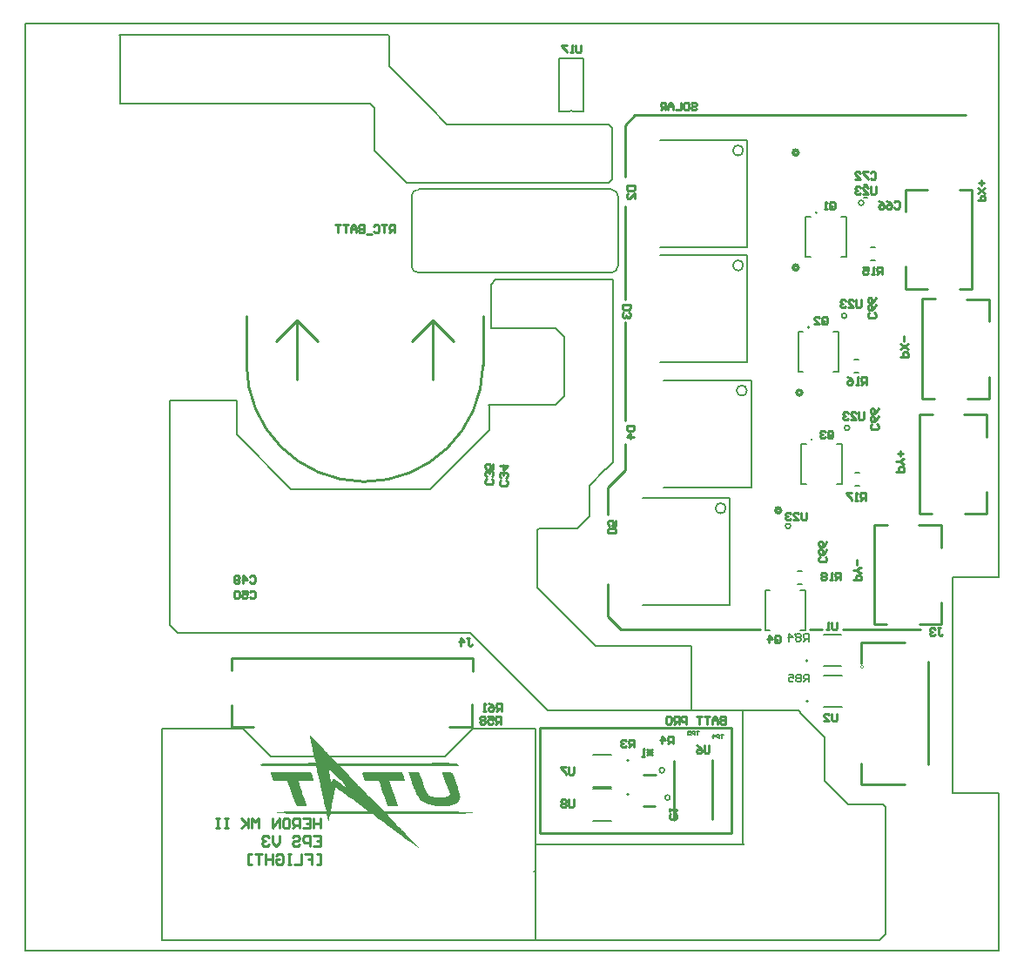
<source format=gbo>
G04*
G04 #@! TF.GenerationSoftware,Altium Limited,Altium Designer,18.1.9 (240)*
G04*
G04 Layer_Color=32896*
%FSLAX44Y44*%
%MOMM*%
G71*
G01*
G75*
%ADD10C,0.2540*%
%ADD11C,0.2000*%
%ADD12C,0.0000*%
%ADD14C,0.1524*%
%ADD16C,0.1520*%
%ADD17C,0.1270*%
%ADD18C,0.1500*%
%ADD142C,0.3000*%
G36*
X358312Y173924D02*
X361827D01*
X363057Y173748D01*
X364991Y173748D01*
X365694Y173572D01*
X366573D01*
X366924Y173397D01*
X367627Y171112D01*
X368155Y169354D01*
X368682Y168123D01*
X368858Y167069D01*
X369034Y166542D01*
X369209Y166190D01*
Y166014D01*
X369034D01*
X368858Y165839D01*
X367979Y165663D01*
X366749D01*
X365342Y165487D01*
X354093Y165487D01*
X358136Y153710D01*
X362179Y141407D01*
X362003Y141231D01*
X361475Y141055D01*
X360597D01*
X359718Y140879D01*
X352511D01*
X349523Y149668D01*
X348469Y152832D01*
X347590Y155468D01*
X346711Y157577D01*
X346184Y159159D01*
X345832Y160390D01*
X345481Y161269D01*
X345305Y161620D01*
Y161796D01*
X343899Y165311D01*
X342844D01*
X341790Y165487D01*
X333880D01*
X332650Y165663D01*
X330892D01*
X330365Y165839D01*
X330013D01*
X328958Y169354D01*
X328607Y170408D01*
X328255Y171287D01*
X328080Y171990D01*
X327904Y172518D01*
X327728Y173045D01*
Y173221D01*
X327904Y173396D01*
X328607Y173572D01*
X329486D01*
X330716Y173748D01*
X332122D01*
X333880Y173924D01*
X337395D01*
X340911Y174100D01*
X356027D01*
X358312Y173924D01*
D02*
G37*
G36*
X279216Y170408D02*
X279743Y169178D01*
X280095Y168299D01*
X280271Y167420D01*
X280446Y166893D01*
X280622Y166014D01*
Y165839D01*
X280446D01*
X280271Y165663D01*
X278162D01*
X276755Y165487D01*
X267791D01*
X266912Y165311D01*
X265682D01*
Y165135D01*
X265858Y164784D01*
X266033Y164081D01*
X266385Y163378D01*
X266912Y161444D01*
X267615Y159159D01*
X268494Y157050D01*
X269021Y155117D01*
X269373Y154414D01*
X269549Y153886D01*
X269725Y153535D01*
Y153359D01*
X270428Y151426D01*
X271131Y149492D01*
X271658Y148086D01*
X272010Y146680D01*
X272361Y145449D01*
X272713Y144571D01*
X273240Y143164D01*
X273591Y142110D01*
X273767Y141758D01*
Y141407D01*
X273591Y141231D01*
X272888Y141055D01*
X272185D01*
X271131Y140879D01*
X263924D01*
X263221Y142637D01*
X262518Y144571D01*
X261639Y146504D01*
X260936Y148613D01*
X260409Y150371D01*
X259882Y151777D01*
X259530Y152832D01*
X259354Y153007D01*
Y153183D01*
X258300Y156171D01*
X257421Y158632D01*
X256718Y160741D01*
X256190Y162499D01*
X255663Y163729D01*
X255312Y164784D01*
X255136Y165311D01*
Y165487D01*
X241426D01*
X240020Y169881D01*
X238438Y174100D01*
X277634D01*
X279216Y170408D01*
D02*
G37*
G36*
X373252Y174275D02*
X373955D01*
X375713Y174100D01*
X381513D01*
X382392Y173924D01*
X382743D01*
X386610Y163905D01*
X387313Y162147D01*
X387841Y160565D01*
X388895Y158105D01*
X389774Y155996D01*
X390477Y154414D01*
X391004Y153359D01*
X391356Y152832D01*
X391708Y152480D01*
Y152304D01*
X392938Y151250D01*
X394520Y150547D01*
X396278Y150019D01*
X398035Y149668D01*
X399617Y149492D01*
X401023Y149316D01*
X405242D01*
X405945Y149492D01*
X406648D01*
X407527Y149668D01*
X408054D01*
X408933Y149844D01*
X409284D01*
X409987Y150195D01*
X410339D01*
X410866Y150371D01*
X411042Y150547D01*
X411394Y150898D01*
X411569Y151074D01*
X411921Y151426D01*
X412097Y151777D01*
X412272D01*
X412976Y152304D01*
X413151Y152480D01*
X411394Y157050D01*
X409987Y161093D01*
X408581Y164784D01*
X407351Y167948D01*
X406472Y170584D01*
X406121Y171639D01*
X405769Y172518D01*
X405593Y173221D01*
X405418Y173748D01*
X405242Y173924D01*
Y174100D01*
X412097D01*
X413327Y173924D01*
X414382Y173572D01*
X415085Y173397D01*
X415436Y173045D01*
X415788Y172694D01*
X415964Y172518D01*
X417194Y169178D01*
X418249Y166366D01*
X419303Y163729D01*
X420006Y161269D01*
X420709Y159159D01*
X421237Y157402D01*
X421764Y155820D01*
X422116Y154589D01*
X422467Y153359D01*
X422643Y152480D01*
X422818Y151777D01*
Y151074D01*
X422994Y150371D01*
Y150195D01*
X422818Y149141D01*
X422643Y148086D01*
X421764Y146328D01*
X421412Y145625D01*
X421061Y145098D01*
X420885Y144922D01*
X420709Y144746D01*
X419831Y144043D01*
X418776Y143340D01*
X416491Y142461D01*
X413854Y141758D01*
X411218Y141231D01*
X408757Y140879D01*
X406824Y140704D01*
X404890D01*
X400320Y140879D01*
X396453Y141582D01*
X393114Y142461D01*
X390477Y143516D01*
X388368Y144395D01*
X386962Y145274D01*
X386083Y145977D01*
X385732Y146152D01*
X384853Y146856D01*
X383974Y147910D01*
X382392Y150371D01*
X380634Y153183D01*
X379228Y156171D01*
X377998Y158984D01*
X377470Y160214D01*
X377119Y161269D01*
X376767Y162323D01*
X376416Y163026D01*
X376240Y163378D01*
Y163554D01*
X372549Y174451D01*
X373252Y174275D01*
D02*
G37*
G36*
X276931Y209956D02*
X277458Y209605D01*
X278689Y208550D01*
X279743Y207320D01*
X280095Y206968D01*
X280271Y206792D01*
X282731Y204332D01*
X285192Y201695D01*
X286247Y200641D01*
X287126Y199762D01*
X287653Y199234D01*
X287829Y199059D01*
X289411Y197477D01*
X290641Y196246D01*
X291696Y195192D01*
X292399Y194313D01*
X293102Y193610D01*
X293453Y193258D01*
X293805Y192907D01*
X304175Y182537D01*
X375537Y182537D01*
X379404Y182712D01*
X394520D01*
X396278Y182888D01*
X411394D01*
X413854Y182712D01*
X415612D01*
X417018Y182537D01*
X417897D01*
X418424Y182361D01*
X418600D01*
X419655Y182185D01*
X420358Y181833D01*
X421061Y181482D01*
X421412Y180955D01*
X421764Y180427D01*
Y180076D01*
X414733D01*
X412800Y179900D01*
X306284Y179900D01*
X315249Y170584D01*
X316303Y169530D01*
X317709Y168123D01*
X319291Y166366D01*
X320873Y164784D01*
X322455Y163026D01*
X323861Y161620D01*
X324740Y160741D01*
X324916Y160565D01*
X325092Y160390D01*
X327728Y157577D01*
X330189Y155117D01*
X332122Y153007D01*
X333704Y151426D01*
X334935Y150019D01*
X335813Y149141D01*
X336341Y148613D01*
X336516Y148438D01*
X349523Y135606D01*
X410339Y135606D01*
X413151Y135431D01*
X420534D01*
X422467Y135255D01*
X426158D01*
X428970Y135079D01*
X431431D01*
X433189Y134903D01*
X434595Y134728D01*
X435474D01*
X436177Y134552D01*
X436529D01*
X436704Y134376D01*
X436880D01*
X436704Y134200D01*
X436353D01*
X435825Y134024D01*
X434068D01*
X433013Y133849D01*
X430201D01*
X427037Y133673D01*
X423522Y133497D01*
X411921D01*
X408054Y133322D01*
X351984Y133321D01*
X353039Y132091D01*
X353390Y131564D01*
X353918Y130861D01*
X354796Y129982D01*
X355851Y128927D01*
X358136Y126291D01*
X360948Y123478D01*
X363585Y120666D01*
X364639Y119436D01*
X365870Y118381D01*
X366749Y117502D01*
X367452Y116799D01*
X367803Y116272D01*
X367979Y116096D01*
X370440Y113635D01*
X372549Y111526D01*
X374307Y109593D01*
X375888Y107835D01*
X377295Y106605D01*
X378525Y105374D01*
X379404Y104320D01*
X380107Y103617D01*
X381161Y102562D01*
X381689Y102035D01*
X382040Y101683D01*
X382743Y100804D01*
X383271Y100277D01*
X383974Y99398D01*
X384062Y99310D01*
X384501Y99047D01*
X384325D01*
X384062Y99310D01*
X382743Y100101D01*
X374307Y106077D01*
X370264Y109066D01*
X366397Y111878D01*
X362706Y114514D01*
X359190Y116975D01*
X356027Y119436D01*
X352863Y121721D01*
X350226Y123830D01*
X347766Y125588D01*
X345656Y127345D01*
X343899Y128576D01*
X342493Y129806D01*
X341438Y130509D01*
X340735Y131036D01*
X340559Y131212D01*
X337571Y133321D01*
X297144D01*
X296266Y131564D01*
X295914Y129806D01*
X295738Y129103D01*
Y128400D01*
Y128048D01*
Y127873D01*
Y127345D01*
X295562Y126818D01*
X295387Y126467D01*
X295211Y126291D01*
X295035Y126467D01*
X294684Y126994D01*
X294332Y128224D01*
X293981Y129279D01*
X293805Y129630D01*
Y129806D01*
X293277Y133146D01*
X269197Y133321D01*
X264803D01*
X261112Y133497D01*
X257772Y133673D01*
X254960D01*
X252499Y133849D01*
X250566D01*
X248984Y134024D01*
X247578Y134200D01*
X246699D01*
X245820Y134376D01*
X245293Y134552D01*
X244941D01*
X244590Y134728D01*
X244941Y134903D01*
X245644Y135079D01*
X246875D01*
X248281Y135255D01*
X250214D01*
X252148Y135431D01*
X256542D01*
X261112Y135606D01*
X292750D01*
X290817Y144395D01*
X290289Y147031D01*
X289762Y149492D01*
X288708Y153886D01*
X288004Y157577D01*
X287301Y160741D01*
X286774Y163026D01*
X286423Y164608D01*
X286071Y165663D01*
Y166014D01*
X285544Y168123D01*
X285192Y169881D01*
X284841Y171463D01*
X284489Y172869D01*
X284138Y174100D01*
X283962Y175330D01*
X283610Y176912D01*
X283435Y178142D01*
X283259Y178845D01*
Y179197D01*
Y179373D01*
X282907Y179548D01*
X280798D01*
X279040Y179724D01*
X274646D01*
X269549Y179900D01*
X232462D01*
X231231Y180076D01*
X230353Y180252D01*
X229825Y180427D01*
X229298Y180603D01*
X228946Y180955D01*
Y181130D01*
X229122Y181482D01*
X229474Y181833D01*
X230704Y182185D01*
X231935Y182361D01*
X235801D01*
X237559Y182537D01*
X268143D01*
X271131Y182712D01*
X273767D01*
X276052Y182888D01*
X277810D01*
X279216Y183064D01*
X281150D01*
X281677Y183239D01*
X282204D01*
X282556Y183415D01*
X280622Y190973D01*
X280446Y191852D01*
X280271Y192731D01*
X279743Y195016D01*
X279568Y195895D01*
X279392Y196774D01*
X279216Y197301D01*
Y197477D01*
X278864Y199059D01*
X278513Y200289D01*
X278337Y201519D01*
X278162Y202222D01*
Y202926D01*
X277986Y203277D01*
Y203629D01*
X277634Y204683D01*
X277458Y205738D01*
X277283Y206441D01*
Y206617D01*
X276931Y207671D01*
X276755Y208550D01*
Y209077D01*
Y209253D01*
Y210132D01*
X276931Y209956D01*
D02*
G37*
%LPC*%
G36*
X295211Y176912D02*
Y176385D01*
X295387Y175506D01*
X295562Y174275D01*
X295914Y173045D01*
X296090Y171815D01*
X296441Y170936D01*
X296617Y170233D01*
Y169881D01*
X296793Y169354D01*
Y168651D01*
Y168123D01*
Y167948D01*
X297144Y166717D01*
X297496Y165839D01*
X297672Y165487D01*
Y165311D01*
Y164784D01*
X297847Y164608D01*
X298023D01*
X298199Y165135D01*
X298375Y165311D01*
X298726Y166190D01*
X299078Y166893D01*
X299429Y167245D01*
X299605Y167596D01*
X299957Y167948D01*
X300133Y167772D01*
X300660Y167596D01*
X301890Y166717D01*
X303120Y165839D01*
X303472Y165663D01*
X303648Y165487D01*
X304702Y164784D01*
X305757Y164081D01*
X306460Y163554D01*
X306636Y163378D01*
X307515Y162675D01*
X308218Y161972D01*
X308745Y161620D01*
X308921Y161444D01*
X309975Y160565D01*
X310327Y160214D01*
X310503Y160038D01*
X310854Y159687D01*
X311206Y159511D01*
X311382D01*
X311733Y159335D01*
X311557Y160214D01*
X311030Y161269D01*
X310151Y162499D01*
X309097Y163729D01*
X307866Y165135D01*
X306460Y166717D01*
X303472Y169705D01*
X300484Y172342D01*
X299078Y173572D01*
X297847Y174803D01*
X296793Y175681D01*
X295914Y176385D01*
X295387Y176736D01*
X295211Y176912D01*
D02*
G37*
G36*
X301714Y158984D02*
X301539Y158808D01*
Y158456D01*
X301363Y157929D01*
X301187Y157226D01*
X300835Y155292D01*
X300308Y153183D01*
X299957Y150898D01*
X299605Y149141D01*
X299429Y148262D01*
X299254Y147734D01*
Y147383D01*
Y147207D01*
X297144Y135782D01*
X306284Y135606D01*
X324740D01*
X334056Y135782D01*
X318237Y147383D01*
X315424Y149492D01*
X312964Y151250D01*
X310854Y152832D01*
X309097Y154062D01*
X307515Y155292D01*
X306109Y156171D01*
X305054Y156874D01*
X304175Y157577D01*
X303296Y158105D01*
X302769Y158456D01*
X302066Y158808D01*
X301714Y158984D01*
D02*
G37*
%LPD*%
D10*
X215186Y571500D02*
G03*
X445199Y569659I115014J0D01*
G01*
X592973Y812873D02*
X914400D01*
X215201Y569659D02*
Y617220D01*
X445201Y569659D02*
Y617220D01*
X396242Y555672D02*
Y612951D01*
X416562Y592632D01*
X375922Y592632D02*
X396242Y612951D01*
X264158D02*
X284478Y592632D01*
X243838Y592632D02*
X264158Y612951D01*
Y555672D02*
Y612951D01*
X877832Y181680D02*
Y281310D01*
X813062Y161930D02*
Y182250D01*
Y161930D02*
X854972D01*
X813062Y280040D02*
Y300360D01*
X854972D01*
X500700Y114300D02*
Y115100D01*
Y114300D02*
X687100D01*
X500700Y217000D02*
X504100D01*
X500700Y115100D02*
Y217000D01*
X504100D02*
X687100D01*
Y114300D02*
Y217000D01*
X763100Y313000D02*
X774600D01*
X794700D02*
X870300D01*
X663100D02*
X714300D01*
X566700Y424180D02*
Y450900D01*
Y325900D02*
Y356400D01*
X583100Y467300D02*
Y492700D01*
Y516100D02*
Y611500D01*
X579600Y313000D02*
X663100D01*
X566700Y325900D02*
X579600Y313000D01*
X566700Y450900D02*
X583100Y467300D01*
Y516100D02*
X583200Y516200D01*
Y633900D02*
X583300Y634000D01*
Y723900D01*
Y752700D02*
Y803200D01*
X592973Y812873D01*
X825778Y317818D02*
Y414528D01*
X838010D01*
X825778Y317818D02*
X837628D01*
X890778D02*
Y339090D01*
X869506Y317818D02*
X890778D01*
X868870Y414274D02*
X890778D01*
Y392494D02*
Y414274D01*
X869720Y425468D02*
Y522178D01*
X881952D01*
X869720Y425468D02*
X881570D01*
X934720D02*
Y446740D01*
X913448Y425468D02*
X934720D01*
X912812Y521924D02*
X934720D01*
Y500144D02*
Y521924D01*
X872260Y537428D02*
Y634138D01*
X884492D01*
X872260Y537428D02*
X884110D01*
X937260D02*
Y558700D01*
X915988Y537428D02*
X937260D01*
X915352Y633884D02*
X937260D01*
Y612104D02*
Y633884D01*
X920726Y643482D02*
Y740192D01*
X908494Y643482D02*
X920726D01*
X908876Y740192D02*
X920726D01*
X855726Y718920D02*
Y740192D01*
X876998D01*
X855726Y643736D02*
X877634D01*
X855726D02*
Y665516D01*
X631205Y127674D02*
Y185078D01*
X668049Y128182D02*
Y185586D01*
X601131Y140970D02*
X612431D01*
X601385Y171450D02*
X612735D01*
X412368Y218158D02*
X434148D01*
Y240066D01*
X200596Y217650D02*
Y238922D01*
Y217650D02*
X221868D01*
X200850Y272578D02*
Y284428D01*
X435482Y272196D02*
Y284428D01*
X200850D02*
X435482D01*
X280355Y112221D02*
X287020D01*
Y102224D01*
X280355D01*
X287020Y107223D02*
X283688D01*
X277023Y102224D02*
Y112221D01*
X272025D01*
X270359Y110555D01*
Y107223D01*
X272025Y105556D01*
X277023D01*
X260362Y110555D02*
X262028Y112221D01*
X265360D01*
X267026Y110555D01*
Y108889D01*
X265360Y107223D01*
X262028D01*
X260362Y105556D01*
Y103890D01*
X262028Y102224D01*
X265360D01*
X267026Y103890D01*
X247033Y112221D02*
Y105556D01*
X243701Y102224D01*
X240368Y105556D01*
Y112221D01*
X237036Y110555D02*
X235370Y112221D01*
X232038D01*
X230372Y110555D01*
Y108889D01*
X232038Y107223D01*
X233704D01*
X232038D01*
X230372Y105556D01*
Y103890D01*
X232038Y102224D01*
X235370D01*
X237036Y103890D01*
X283688Y84132D02*
X287020D01*
Y94129D01*
X283688D01*
X272025D02*
X278689D01*
Y89130D01*
X275357D01*
X278689D01*
Y84132D01*
X268693Y94129D02*
Y84132D01*
X262028D01*
X258696Y94129D02*
X255364D01*
X257030D01*
Y84132D01*
X258696D01*
X255364D01*
X243701Y92463D02*
X245367Y94129D01*
X248699D01*
X250365Y92463D01*
Y85798D01*
X248699Y84132D01*
X245367D01*
X243701Y85798D01*
Y89130D01*
X247033D01*
X240368Y94129D02*
Y84132D01*
Y89130D01*
X233704D01*
Y94129D01*
Y84132D01*
X230372Y94129D02*
X223707D01*
X227039D01*
Y84132D01*
X220375D02*
X217043D01*
Y94129D01*
X220375D01*
X287020Y129337D02*
Y119340D01*
Y124338D01*
X280355D01*
Y129337D01*
Y119340D01*
X270359Y129337D02*
X277023D01*
Y119340D01*
X270359D01*
X277023Y124338D02*
X273691D01*
X267026Y119340D02*
Y129337D01*
X262028D01*
X260362Y127671D01*
Y124338D01*
X262028Y122672D01*
X267026D01*
X263694D02*
X260362Y119340D01*
X252031Y129337D02*
X255364D01*
X257030Y127671D01*
Y121006D01*
X255364Y119340D01*
X252031D01*
X250365Y121006D01*
Y127671D01*
X252031Y129337D01*
X247033Y119340D02*
Y129337D01*
X240368Y119340D01*
Y129337D01*
X227039Y119340D02*
Y129337D01*
X223707Y126004D01*
X220375Y129337D01*
Y119340D01*
X217043Y129337D02*
Y119340D01*
Y122672D01*
X210378Y129337D01*
X215376Y124338D01*
X210378Y119340D01*
X197049Y129337D02*
X193717D01*
X195383D01*
Y119340D01*
X197049D01*
X193717D01*
X188718Y129337D02*
X185386D01*
X187052D01*
Y119340D01*
X188718D01*
X185386D01*
X680500Y228398D02*
Y220900D01*
X676751D01*
X675502Y222150D01*
Y223399D01*
X676751Y224649D01*
X680500D01*
X676751D01*
X675502Y225898D01*
Y227148D01*
X676751Y228398D01*
X680500D01*
X673002Y220900D02*
Y225898D01*
X670503Y228398D01*
X668004Y225898D01*
Y220900D01*
Y224649D01*
X673002D01*
X665505Y228398D02*
X660506D01*
X663006D01*
Y220900D01*
X658007Y228398D02*
X653009D01*
X655508D01*
Y220900D01*
X643012D02*
Y228398D01*
X639263D01*
X638014Y227148D01*
Y224649D01*
X639263Y223399D01*
X643012D01*
X635514Y220900D02*
Y228398D01*
X631766D01*
X630516Y227148D01*
Y224649D01*
X631766Y223399D01*
X635514D01*
X633015D02*
X630516Y220900D01*
X624268Y228398D02*
X626767D01*
X628017Y227148D01*
Y222150D01*
X626767Y220900D01*
X624268D01*
X623018Y222150D01*
Y227148D01*
X624268Y228398D01*
X647782Y824128D02*
X649031Y825378D01*
X651530D01*
X652780Y824128D01*
Y822878D01*
X651530Y821629D01*
X649031D01*
X647782Y820379D01*
Y819130D01*
X649031Y817880D01*
X651530D01*
X652780Y819130D01*
X641534Y825378D02*
X644033D01*
X645282Y824128D01*
Y819130D01*
X644033Y817880D01*
X641534D01*
X640284Y819130D01*
Y824128D01*
X641534Y825378D01*
X637785D02*
Y817880D01*
X632786D01*
X630287D02*
Y822878D01*
X627788Y825378D01*
X625289Y822878D01*
Y817880D01*
Y821629D01*
X630287D01*
X622790Y817880D02*
Y825378D01*
X619041D01*
X617791Y824128D01*
Y821629D01*
X619041Y820379D01*
X622790D01*
X620290D02*
X617791Y817880D01*
X821820Y756454D02*
X823069Y757704D01*
X825568D01*
X826818Y756454D01*
Y751456D01*
X825568Y750206D01*
X823069D01*
X821820Y751456D01*
X819320Y757704D02*
X814322D01*
Y756454D01*
X819320Y751456D01*
Y750206D01*
X806824D02*
X811823D01*
X806824Y755204D01*
Y756454D01*
X808074Y757704D01*
X810573D01*
X811823Y756454D01*
X827034Y743396D02*
Y737148D01*
X825785Y735898D01*
X823285D01*
X822036Y737148D01*
Y743396D01*
X814538Y735898D02*
X819537D01*
X814538Y740897D01*
Y742146D01*
X815788Y743396D01*
X818287D01*
X819537Y742146D01*
X812039D02*
X810789Y743396D01*
X808290D01*
X807040Y742146D01*
Y740897D01*
X808290Y739647D01*
X809540D01*
X808290D01*
X807040Y738397D01*
Y737148D01*
X808290Y735898D01*
X810789D01*
X812039Y737148D01*
X574198Y406400D02*
X566700D01*
Y410149D01*
X567950Y411398D01*
X572948D01*
X574198Y410149D01*
Y406400D01*
Y418896D02*
Y413898D01*
X570449D01*
X571698Y416397D01*
Y417646D01*
X570449Y418896D01*
X567950D01*
X566700Y417646D01*
Y415147D01*
X567950Y413898D01*
X780362Y499964D02*
Y504962D01*
X781611Y506212D01*
X784110D01*
X785360Y504962D01*
Y499964D01*
X784110Y498714D01*
X781611D01*
X782861Y501213D02*
X780362Y498714D01*
X781611D02*
X780362Y499964D01*
X777862Y504962D02*
X776613Y506212D01*
X774114D01*
X772864Y504962D01*
Y503712D01*
X774114Y502463D01*
X775363D01*
X774114D01*
X772864Y501213D01*
Y499964D01*
X774114Y498714D01*
X776613D01*
X777862Y499964D01*
X462849Y233460D02*
Y240958D01*
X459100D01*
X457851Y239708D01*
Y237209D01*
X459100Y235959D01*
X462849D01*
X460350D02*
X457851Y233460D01*
X450353Y240958D02*
X452852Y239708D01*
X455351Y237209D01*
Y234710D01*
X454102Y233460D01*
X451603D01*
X450353Y234710D01*
Y235959D01*
X451603Y237209D01*
X455351D01*
X447854Y233460D02*
X445355D01*
X446604D01*
Y240958D01*
X447854Y239708D01*
X462280Y220873D02*
Y228371D01*
X458531D01*
X457282Y227121D01*
Y224622D01*
X458531Y223372D01*
X462280D01*
X459781D02*
X457282Y220873D01*
X449784Y228371D02*
X454782D01*
Y224622D01*
X452283Y225872D01*
X451034D01*
X449784Y224622D01*
Y222123D01*
X451034Y220873D01*
X453533D01*
X454782Y222123D01*
X447285Y227121D02*
X446035Y228371D01*
X443536D01*
X442286Y227121D01*
Y225872D01*
X443536Y224622D01*
X442286Y223372D01*
Y222123D01*
X443536Y220873D01*
X446035D01*
X447285Y222123D01*
Y223372D01*
X446035Y224622D01*
X447285Y225872D01*
Y227121D01*
X446035Y224622D02*
X443536D01*
X789212Y231018D02*
Y224770D01*
X787963Y223520D01*
X785464D01*
X784214Y224770D01*
Y231018D01*
X776717Y223520D02*
X781715D01*
X776717Y228518D01*
Y229768D01*
X777966Y231018D01*
X780465D01*
X781715Y229768D01*
X789212Y319918D02*
Y313670D01*
X787963Y312420D01*
X785464D01*
X784214Y313670D01*
Y319918D01*
X781715Y312420D02*
X779216D01*
X780465D01*
Y319918D01*
X781715Y318668D01*
X759613Y426598D02*
Y420350D01*
X758364Y419100D01*
X755864D01*
X754615Y420350D01*
Y426598D01*
X747117Y419100D02*
X752116D01*
X747117Y424098D01*
Y425348D01*
X748367Y426598D01*
X750866D01*
X752116Y425348D01*
X744618D02*
X743369Y426598D01*
X740869D01*
X739620Y425348D01*
Y424098D01*
X740869Y422849D01*
X742119D01*
X740869D01*
X739620Y421599D01*
Y420350D01*
X740869Y419100D01*
X743369D01*
X744618Y420350D01*
X815340Y524225D02*
Y517977D01*
X814090Y516728D01*
X811591D01*
X810342Y517977D01*
Y524225D01*
X802844Y516728D02*
X807842D01*
X802844Y521726D01*
Y522976D01*
X804094Y524225D01*
X806593D01*
X807842Y522976D01*
X800345D02*
X799095Y524225D01*
X796596D01*
X795346Y522976D01*
Y521726D01*
X796596Y520477D01*
X797846D01*
X796596D01*
X795346Y519227D01*
Y517977D01*
X796596Y516728D01*
X799095D01*
X800345Y517977D01*
X812800Y633290D02*
Y627042D01*
X811550Y625792D01*
X809051D01*
X807802Y627042D01*
Y633290D01*
X800304Y625792D02*
X805302D01*
X800304Y630791D01*
Y632040D01*
X801554Y633290D01*
X804053D01*
X805302Y632040D01*
X797805D02*
X796555Y633290D01*
X794056D01*
X792806Y632040D01*
Y630791D01*
X794056Y629541D01*
X795306D01*
X794056D01*
X792806Y628292D01*
Y627042D01*
X794056Y625792D01*
X796555D01*
X797805Y627042D01*
X540428Y881258D02*
Y875010D01*
X539179Y873760D01*
X536680D01*
X535430Y875010D01*
Y881258D01*
X532931Y873760D02*
X530432D01*
X531681D01*
Y881258D01*
X532931Y880008D01*
X526683Y881258D02*
X521684D01*
Y880008D01*
X526683Y875010D01*
Y873760D01*
X533400Y147331D02*
Y141083D01*
X532150Y139834D01*
X529651D01*
X528402Y141083D01*
Y147331D01*
X525902Y146082D02*
X524653Y147331D01*
X522154D01*
X520904Y146082D01*
Y144832D01*
X522154Y143582D01*
X520904Y142333D01*
Y141083D01*
X522154Y139834D01*
X524653D01*
X525902Y141083D01*
Y142333D01*
X524653Y143582D01*
X525902Y144832D01*
Y146082D01*
X524653Y143582D02*
X522154D01*
X533400Y179242D02*
Y172994D01*
X532150Y171744D01*
X529651D01*
X528402Y172994D01*
Y179242D01*
X525902D02*
X520904D01*
Y177992D01*
X525902Y172994D01*
Y171744D01*
X665114Y199948D02*
Y193700D01*
X663864Y192451D01*
X661365D01*
X660116Y193700D01*
Y199948D01*
X652618D02*
X655117Y198699D01*
X657616Y196199D01*
Y193700D01*
X656367Y192451D01*
X653867D01*
X652618Y193700D01*
Y194950D01*
X653867Y196199D01*
X657616D01*
X359153Y698600D02*
Y706098D01*
X355404D01*
X354155Y704848D01*
Y702349D01*
X355404Y701099D01*
X359153D01*
X356654D02*
X354155Y698600D01*
X351656Y706098D02*
X346657D01*
X349156D01*
Y698600D01*
X339160Y704848D02*
X340409Y706098D01*
X342908D01*
X344158Y704848D01*
Y699850D01*
X342908Y698600D01*
X340409D01*
X339160Y699850D01*
X336660Y697350D02*
X331662D01*
X329163Y706098D02*
Y698600D01*
X325414D01*
X324164Y699850D01*
Y701099D01*
X325414Y702349D01*
X329163D01*
X325414D01*
X324164Y703598D01*
Y704848D01*
X325414Y706098D01*
X329163D01*
X321665Y698600D02*
Y703598D01*
X319166Y706098D01*
X316667Y703598D01*
Y698600D01*
Y702349D01*
X321665D01*
X314167Y706098D02*
X309169D01*
X311668D01*
Y698600D01*
X306670Y706098D02*
X301672D01*
X304171D01*
Y698600D01*
X792480Y360680D02*
Y368178D01*
X788731D01*
X787482Y366928D01*
Y364429D01*
X788731Y363179D01*
X792480D01*
X789981D02*
X787482Y360680D01*
X784982D02*
X782483D01*
X783733D01*
Y368178D01*
X784982Y366928D01*
X778734D02*
X777485Y368178D01*
X774986D01*
X773736Y366928D01*
Y365678D01*
X774986Y364429D01*
X773736Y363179D01*
Y361930D01*
X774986Y360680D01*
X777485D01*
X778734Y361930D01*
Y363179D01*
X777485Y364429D01*
X778734Y365678D01*
Y366928D01*
X777485Y364429D02*
X774986D01*
X816940Y438300D02*
Y445798D01*
X813191D01*
X811941Y444548D01*
Y442049D01*
X813191Y440799D01*
X816940D01*
X814441D02*
X811941Y438300D01*
X809442D02*
X806943D01*
X808193D01*
Y445798D01*
X809442Y444548D01*
X803194Y445798D02*
X798196D01*
Y444548D01*
X803194Y439550D01*
Y438300D01*
X817880Y550850D02*
Y558348D01*
X814131D01*
X812882Y557099D01*
Y554599D01*
X814131Y553350D01*
X817880D01*
X815381D02*
X812882Y550850D01*
X810382D02*
X807883D01*
X809133D01*
Y558348D01*
X810382Y557099D01*
X799136Y558348D02*
X801635Y557099D01*
X804134Y554599D01*
Y552100D01*
X802885Y550850D01*
X800386D01*
X799136Y552100D01*
Y553350D01*
X800386Y554599D01*
X804134D01*
X833120Y657860D02*
Y665358D01*
X829371D01*
X828122Y664108D01*
Y661609D01*
X829371Y660359D01*
X833120D01*
X830621D02*
X828122Y657860D01*
X825622D02*
X823123D01*
X824373D01*
Y665358D01*
X825622Y664108D01*
X814376Y665358D02*
X819374D01*
Y661609D01*
X816875Y662858D01*
X815626D01*
X814376Y661609D01*
Y659110D01*
X815626Y657860D01*
X818125D01*
X819374Y659110D01*
X629920Y201479D02*
Y208976D01*
X626171D01*
X624922Y207727D01*
Y205228D01*
X626171Y203978D01*
X629920D01*
X627421D02*
X624922Y201479D01*
X618674D02*
Y208976D01*
X622422Y205228D01*
X617424D01*
X591820Y198120D02*
Y205618D01*
X588071D01*
X586822Y204368D01*
Y201869D01*
X588071Y200619D01*
X591820D01*
X589321D02*
X586822Y198120D01*
X584322Y204368D02*
X583073Y205618D01*
X580574D01*
X579324Y204368D01*
Y203118D01*
X580574Y201869D01*
X581823D01*
X580574D01*
X579324Y200619D01*
Y199370D01*
X580574Y198120D01*
X583073D01*
X584322Y199370D01*
X729062Y300970D02*
Y305968D01*
X730311Y307218D01*
X732810D01*
X734060Y305968D01*
Y300970D01*
X732810Y299720D01*
X730311D01*
X731561Y302219D02*
X729062Y299720D01*
X730311D02*
X729062Y300970D01*
X722814Y299720D02*
Y307218D01*
X726562Y303469D01*
X721564D01*
X774864Y610850D02*
Y615848D01*
X776114Y617098D01*
X778613D01*
X779863Y615848D01*
Y610850D01*
X778613Y609600D01*
X776114D01*
X777363Y612099D02*
X774864Y609600D01*
X776114D02*
X774864Y610850D01*
X767367Y609600D02*
X772365D01*
X767367Y614598D01*
Y615848D01*
X768616Y617098D01*
X771115D01*
X772365Y615848D01*
X782319Y722610D02*
Y727608D01*
X783568Y728858D01*
X786068D01*
X787317Y727608D01*
Y722610D01*
X786068Y721360D01*
X783568D01*
X784818Y723859D02*
X782319Y721360D01*
X783568D02*
X782319Y722610D01*
X779820Y721360D02*
X777320D01*
X778570D01*
Y728858D01*
X779820Y727608D01*
X805180Y360680D02*
X812678D01*
Y364429D01*
X811428Y365678D01*
X808929D01*
X807679Y364429D01*
Y360680D01*
X812678Y368178D02*
X811428D01*
X808929Y370677D01*
X811428Y373176D01*
X812678D01*
X808929Y370677D02*
X805180D01*
X808929Y375675D02*
Y380674D01*
X847068Y466266D02*
X854566D01*
Y470015D01*
X853316Y471264D01*
X850817D01*
X849567Y470015D01*
Y466266D01*
X854566Y473764D02*
X853316D01*
X850817Y476263D01*
X853316Y478762D01*
X854566D01*
X850817Y476263D02*
X847068D01*
X850817Y481261D02*
Y486260D01*
X853316Y483760D02*
X848317D01*
X850900Y577748D02*
X858398D01*
Y581497D01*
X857148Y582747D01*
X854649D01*
X853399Y581497D01*
Y577748D01*
X858398Y585246D02*
X850900Y590244D01*
X858398D02*
X850900Y585246D01*
X854649Y592743D02*
Y597742D01*
X926011Y729788D02*
X933509D01*
Y733537D01*
X932259Y734787D01*
X929760D01*
X928510Y733537D01*
Y729788D01*
X933509Y737286D02*
X926011Y742284D01*
X933509D02*
X926011Y737286D01*
X929760Y744783D02*
Y749782D01*
X932259Y747283D02*
X927261D01*
X887012Y314178D02*
X889511D01*
X888261D01*
Y307930D01*
X889511Y306680D01*
X890760D01*
X892010Y307930D01*
X884512Y312928D02*
X883263Y314178D01*
X880764D01*
X879514Y312928D01*
Y311678D01*
X880764Y310429D01*
X882013D01*
X880764D01*
X879514Y309179D01*
Y307930D01*
X880764Y306680D01*
X883263D01*
X884512Y307930D01*
X429548Y304327D02*
X432047D01*
X430797D01*
Y298079D01*
X432047Y296829D01*
X433296D01*
X434546Y298079D01*
X423300Y296829D02*
Y304327D01*
X427048Y300578D01*
X422050D01*
X584775Y510885D02*
X592273D01*
Y507137D01*
X591023Y505887D01*
X586025D01*
X584775Y507137D01*
Y510885D01*
X592273Y499639D02*
X584775D01*
X588524Y503388D01*
Y498389D01*
X580696Y628732D02*
X588194D01*
Y624984D01*
X586944Y623734D01*
X581946D01*
X580696Y624984D01*
Y628732D01*
X581946Y621235D02*
X580696Y619985D01*
Y617486D01*
X581946Y616236D01*
X583196D01*
X584445Y617486D01*
Y618736D01*
Y617486D01*
X585695Y616236D01*
X586944D01*
X588194Y617486D01*
Y619985D01*
X586944Y621235D01*
X585119Y744339D02*
X592617D01*
Y740590D01*
X591367Y739340D01*
X586369D01*
X585119Y740590D01*
Y744339D01*
X592617Y731843D02*
Y736841D01*
X587618Y731843D01*
X586369D01*
X585119Y733092D01*
Y735592D01*
X586369Y736841D01*
X777856Y383458D02*
X779105Y382209D01*
Y379710D01*
X777856Y378460D01*
X772857D01*
X771608Y379710D01*
Y382209D01*
X772857Y383458D01*
X779105Y390956D02*
X777856Y388457D01*
X775357Y385958D01*
X772857D01*
X771608Y387207D01*
Y389706D01*
X772857Y390956D01*
X774107D01*
X775357Y389706D01*
Y385958D01*
X779105Y398454D02*
X777856Y395954D01*
X775357Y393455D01*
X772857D01*
X771608Y394705D01*
Y397204D01*
X772857Y398454D01*
X774107D01*
X775357Y397204D01*
Y393455D01*
X828247Y512452D02*
X829497Y511203D01*
Y508704D01*
X828247Y507454D01*
X823249D01*
X821999Y508704D01*
Y511203D01*
X823249Y512452D01*
X829497Y519950D02*
X828247Y517451D01*
X825748Y514952D01*
X823249D01*
X821999Y516201D01*
Y518700D01*
X823249Y519950D01*
X824498D01*
X825748Y518700D01*
Y514952D01*
X829497Y527448D02*
X828247Y524948D01*
X825748Y522449D01*
X823249D01*
X821999Y523699D01*
Y526198D01*
X823249Y527448D01*
X824498D01*
X825748Y526198D01*
Y522449D01*
X825652Y620674D02*
X826902Y619424D01*
Y616925D01*
X825652Y615675D01*
X820654D01*
X819404Y616925D01*
Y619424D01*
X820654Y620674D01*
X826902Y628171D02*
X825652Y625672D01*
X823153Y623173D01*
X820654D01*
X819404Y624422D01*
Y626922D01*
X820654Y628171D01*
X821903D01*
X823153Y626922D01*
Y623173D01*
X826902Y635669D02*
X825652Y633170D01*
X823153Y630670D01*
X820654D01*
X819404Y631920D01*
Y634419D01*
X820654Y635669D01*
X821903D01*
X823153Y634419D01*
Y630670D01*
X844886Y728101D02*
X846135Y729351D01*
X848634D01*
X849884Y728101D01*
Y723103D01*
X848634Y721853D01*
X846135D01*
X844886Y723103D01*
X837388Y729351D02*
X839887Y728101D01*
X842386Y725602D01*
Y723103D01*
X841137Y721853D01*
X838638D01*
X837388Y723103D01*
Y724353D01*
X838638Y725602D01*
X842386D01*
X829890Y729351D02*
X832390Y728101D01*
X834889Y725602D01*
Y723103D01*
X833639Y721853D01*
X831140D01*
X829890Y723103D01*
Y724353D01*
X831140Y725602D01*
X834889D01*
X218230Y349148D02*
X219479Y350398D01*
X221978D01*
X223228Y349148D01*
Y344150D01*
X221978Y342900D01*
X219479D01*
X218230Y344150D01*
X210732Y350398D02*
X215730D01*
Y346649D01*
X213231Y347898D01*
X211982D01*
X210732Y346649D01*
Y344150D01*
X211982Y342900D01*
X214481D01*
X215730Y344150D01*
X208233Y349148D02*
X206983Y350398D01*
X204484D01*
X203234Y349148D01*
Y344150D01*
X204484Y342900D01*
X206983D01*
X208233Y344150D01*
Y349148D01*
X218270Y363948D02*
X219519Y365198D01*
X222018D01*
X223268Y363948D01*
Y358950D01*
X222018Y357700D01*
X219519D01*
X218270Y358950D01*
X212022Y357700D02*
Y365198D01*
X215770Y361449D01*
X210772D01*
X208273Y358950D02*
X207023Y357700D01*
X204524D01*
X203274Y358950D01*
Y363948D01*
X204524Y365198D01*
X207023D01*
X208273Y363948D01*
Y362698D01*
X207023Y361449D01*
X203274D01*
X453476Y458975D02*
X454726Y457726D01*
Y455227D01*
X453476Y453977D01*
X448478D01*
X447228Y455227D01*
Y457726D01*
X448478Y458975D01*
X453476Y461475D02*
X454726Y462724D01*
Y465224D01*
X453476Y466473D01*
X452227D01*
X450977Y465224D01*
Y463974D01*
Y465224D01*
X449728Y466473D01*
X448478D01*
X447228Y465224D01*
Y462724D01*
X448478Y461475D01*
X454726Y473971D02*
Y468972D01*
X450977D01*
X452227Y471471D01*
Y472721D01*
X450977Y473971D01*
X448478D01*
X447228Y472721D01*
Y470222D01*
X448478Y468972D01*
X467526Y457785D02*
X468776Y456535D01*
Y454036D01*
X467526Y452787D01*
X462528D01*
X461278Y454036D01*
Y456535D01*
X462528Y457785D01*
X467526Y460284D02*
X468776Y461534D01*
Y464033D01*
X467526Y465283D01*
X466277D01*
X465027Y464033D01*
Y462783D01*
Y464033D01*
X463778Y465283D01*
X462528D01*
X461278Y464033D01*
Y461534D01*
X462528Y460284D01*
X461278Y471531D02*
X468776D01*
X465027Y467782D01*
Y472780D01*
X632516Y133522D02*
X633766Y132273D01*
Y129774D01*
X632516Y128524D01*
X627518D01*
X626268Y129774D01*
Y132273D01*
X627518Y133522D01*
X626268Y136022D02*
Y138521D01*
Y137271D01*
X633766D01*
X632516Y136022D01*
X609600Y195638D02*
X604602Y190640D01*
X609600D02*
X604602Y195638D01*
X609600Y193139D02*
X604602D01*
X607101Y190640D02*
Y195638D01*
X602102Y189390D02*
X599603D01*
X600853D01*
Y196888D01*
X602102Y195638D01*
D11*
X815404Y727620D02*
G03*
X815404Y727620I-2500J0D01*
G01*
X761238Y242960D02*
G03*
X761238Y242960I-1000J0D01*
G01*
X760918Y282120D02*
G03*
X760918Y282120I-1000J0D01*
G01*
X744264Y413232D02*
G03*
X744264Y413232I-2500J0D01*
G01*
X801584Y508831D02*
G03*
X801584Y508831I-2500J0D01*
G01*
X798796Y617710D02*
G03*
X798796Y617710I-2500J0D01*
G01*
X532369Y816233D02*
G03*
X529119Y816233I-1625J0D01*
G01*
X627102Y149264D02*
G03*
X627102Y149264I-2500J0D01*
G01*
X586954Y152240D02*
G03*
X586954Y152240I-1000J0D01*
G01*
Y185180D02*
G03*
X586954Y185180I-1000J0D01*
G01*
X621665Y175768D02*
G03*
X621665Y175768I-2500J0D01*
G01*
X815137Y732890D02*
X819137D01*
X815137Y745390D02*
X819137D01*
X519094Y816233D02*
Y868233D01*
X542394D01*
Y816233D02*
Y868233D01*
X532369Y816233D02*
X542394D01*
X519094D02*
X529119D01*
X751364Y356970D02*
X755364D01*
X751364Y369470D02*
X755364D01*
X806884Y452428D02*
X810884D01*
X806884Y464928D02*
X810884D01*
X822484Y671930D02*
X826484D01*
X822484Y684430D02*
X826484D01*
X806236Y562710D02*
X810236D01*
X806236Y575210D02*
X810236D01*
X762254Y261620D02*
Y269118D01*
X758505D01*
X757256Y267868D01*
Y265369D01*
X758505Y264119D01*
X762254D01*
X759755D02*
X757256Y261620D01*
X754756Y267868D02*
X753507Y269118D01*
X751008D01*
X749758Y267868D01*
Y266618D01*
X751008Y265369D01*
X749758Y264119D01*
Y262870D01*
X751008Y261620D01*
X753507D01*
X754756Y262870D01*
Y264119D01*
X753507Y265369D01*
X754756Y266618D01*
Y267868D01*
X753507Y265369D02*
X751008D01*
X742260Y269118D02*
X747259D01*
Y265369D01*
X744760Y266618D01*
X743510D01*
X742260Y265369D01*
Y262870D01*
X743510Y261620D01*
X746009D01*
X747259Y262870D01*
X761746Y301265D02*
Y308763D01*
X757997D01*
X756748Y307513D01*
Y305014D01*
X757997Y303764D01*
X761746D01*
X759247D02*
X756748Y301265D01*
X754248Y307513D02*
X752999Y308763D01*
X750500D01*
X749250Y307513D01*
Y306264D01*
X750500Y305014D01*
X749250Y303764D01*
Y302515D01*
X750500Y301265D01*
X752999D01*
X754248Y302515D01*
Y303764D01*
X752999Y305014D01*
X754248Y306264D01*
Y307513D01*
X752999Y305014D02*
X750500D01*
X743002Y301265D02*
Y308763D01*
X746751Y305014D01*
X741752D01*
D12*
X815172Y276230D02*
G03*
X815172Y276230I-1500J0D01*
G01*
D14*
X769687Y718312D02*
G03*
X769687Y718312I-762J0D01*
G01*
X762188Y606552D02*
G03*
X762188Y606552I-762J0D01*
G01*
X749652Y307848D02*
G03*
X749652Y307848I-762J0D01*
G01*
X765438Y497332D02*
G03*
X765438Y497332I-762J0D01*
G01*
X798233Y675132D02*
Y714248D01*
X793539Y675132D02*
X798233D01*
X759117D02*
Y714248D01*
X763810D01*
X793539D02*
X798233D01*
X759117Y675132D02*
X763810D01*
X790734Y563372D02*
Y602488D01*
X786041Y563372D02*
X790734D01*
X751618D02*
Y602488D01*
X756311D01*
X786041D02*
X790734D01*
X751618Y563372D02*
X756311D01*
X719582Y311912D02*
Y351028D01*
X724275D01*
X758698Y311912D02*
Y351028D01*
X754005Y311912D02*
X758698D01*
X719582D02*
X724275D01*
X754005Y351028D02*
X758698D01*
X754868Y454152D02*
X759561D01*
X789291Y493268D02*
X793984D01*
X754868D02*
X759561D01*
X754868Y454152D02*
Y493268D01*
X789291Y454152D02*
X793984D01*
Y493268D01*
D16*
X567436Y747014D02*
X570992Y750570D01*
X376428Y747014D02*
X567436D01*
X570992Y750570D02*
Y800862D01*
X567687Y804167D02*
X570992Y800862D01*
X410210Y804167D02*
X567687D01*
X392941Y821436D02*
X410210Y804167D01*
X392938Y821436D02*
X392941D01*
X353822Y860552D02*
X392938Y821436D01*
X353822Y860552D02*
Y890016D01*
X352552Y891286D02*
X353822Y890016D01*
X91694Y891286D02*
X352552D01*
X91694D02*
X92202Y890778D01*
Y824992D02*
Y890778D01*
Y824992D02*
X92710Y824484D01*
X335026D01*
X339852Y819658D01*
Y778256D02*
Y819658D01*
Y778256D02*
X371094Y747014D01*
X376428D01*
X435356Y216154D02*
X496062D01*
X408178Y188976D02*
X435356Y216154D01*
X133604D02*
X211836D01*
X239014Y188976D01*
X133096Y10922D02*
Y17526D01*
X496062Y103886D02*
Y216154D01*
X133096Y10922D02*
X496570D01*
X133096Y17526D02*
Y216662D01*
X133604Y216154D01*
X239014Y188976D02*
X408178D01*
X647446Y233800D02*
Y286512D01*
Y297046D01*
X752022Y233800D02*
X753872Y231950D01*
X697858Y233800D02*
X752022D01*
X753872Y231902D02*
Y231950D01*
Y231902D02*
X777676Y208098D01*
Y165354D02*
Y208098D01*
Y165354D02*
X800536Y142494D01*
X833882D01*
X836168Y140208D01*
Y16510D02*
Y140208D01*
X830580Y10922D02*
X836168Y16510D01*
X496570Y10922D02*
X830580D01*
X496062Y11430D02*
X496570Y10922D01*
X496062Y11430D02*
Y78486D01*
X494792Y77216D02*
X496062Y78486D01*
Y103886D01*
X698246D01*
X697858Y104274D02*
X698246Y103886D01*
X697858Y104274D02*
Y233800D01*
X140716Y535178D02*
X142494D01*
X140716Y317246D02*
Y535178D01*
X142494D02*
X205486D01*
X452882Y605790D02*
Y648208D01*
X450850Y531114D02*
X451358Y530606D01*
Y506476D02*
Y530606D01*
X452882Y605790D02*
X453136Y606044D01*
X515874D01*
X524256Y597662D01*
Y595122D02*
Y597662D01*
Y539496D02*
Y595122D01*
X515874Y531114D02*
X524256Y539496D01*
X450850Y531114D02*
X515874D01*
X554616Y297046D02*
X647446D01*
X498094Y353568D02*
X554616Y297046D01*
X498094Y353568D02*
Y408972D01*
X499840Y410718D01*
X536448D01*
X548640Y422910D01*
Y452628D01*
X564202Y468190D01*
X564514D01*
X571754Y475430D01*
Y652780D01*
X508388Y233800D02*
X697858D01*
X489204Y252984D02*
X508388Y233800D01*
X432562Y309626D02*
X489204Y252984D01*
X148336Y309626D02*
X432562D01*
X140716Y317246D02*
X148336Y309626D01*
X205486Y502158D02*
Y535178D01*
Y502158D02*
X258572Y449072D01*
X393954D01*
X409702Y464820D01*
X451358Y506476D01*
X452882Y648208D02*
X457454Y652780D01*
X571754D01*
X576580Y733724D02*
G03*
X569484Y740820I-7096J0D01*
G01*
X382680Y740820D02*
G03*
X375604Y733744I-0J-7076D01*
G01*
X375604Y666558D02*
G03*
X382642Y659520I7038J0D01*
G01*
X569299Y659520D02*
G03*
X576580Y666801I0J7281D01*
G01*
X382680Y740820D02*
X569484Y740820D01*
X375604Y733744D02*
X375604Y666558D01*
X382642Y659520D02*
X569299Y659520D01*
X576580Y666801D02*
X576580Y733724D01*
X946658Y363220D02*
Y901700D01*
X0D02*
X946658D01*
X0Y0D02*
Y901700D01*
Y0D02*
X946658D01*
Y153670D01*
X901700D02*
X946658D01*
X901700D02*
Y363220D01*
X946658D01*
D17*
X681252Y430620D02*
G03*
X681252Y430620I-5000J0D01*
G01*
X698204Y778600D02*
G03*
X698204Y778600I-5000J0D01*
G01*
Y666768D02*
G03*
X698204Y666768I-5000J0D01*
G01*
X701764Y545109D02*
G03*
X701764Y545109I-5000J0D01*
G01*
X600252Y440720D02*
X685302D01*
X600252Y336520D02*
X685302D01*
Y440720D01*
X776438Y268260D02*
X794038D01*
X776438Y237660D02*
X794038D01*
X776118Y307420D02*
X793718D01*
X776118Y276820D02*
X793718D01*
X552154Y126540D02*
X569754D01*
X552154Y157940D02*
X569754D01*
X552154Y159480D02*
X569754D01*
X552154Y190880D02*
X569754D01*
X702254Y684500D02*
Y788700D01*
X617204Y684500D02*
X702254D01*
X617204Y788700D02*
X702254D01*
Y572668D02*
Y676868D01*
X617204Y572668D02*
X702254D01*
X617204Y676868D02*
X702254D01*
X705814Y451009D02*
Y555209D01*
X620764Y451009D02*
X705814D01*
X620764Y555209D02*
X705814D01*
D18*
X655400Y213999D02*
X652734D01*
X654067D01*
Y210000D01*
X651401D02*
Y213999D01*
X649402D01*
X648736Y213332D01*
Y211999D01*
X649402Y211333D01*
X651401D01*
X644737Y213999D02*
X647403D01*
Y211999D01*
X646070Y212666D01*
X645403D01*
X644737Y211999D01*
Y210667D01*
X645403Y210000D01*
X646736D01*
X647403Y210667D01*
X679100Y210599D02*
X676434D01*
X677767D01*
Y206600D01*
X675101D02*
Y210599D01*
X673102D01*
X672436Y209932D01*
Y208599D01*
X673102Y207933D01*
X675101D01*
X669103Y206600D02*
Y210599D01*
X671103Y208599D01*
X668437D01*
D142*
X734752Y428620D02*
G03*
X734752Y428620I-2500J0D01*
G01*
X751704Y776600D02*
G03*
X751704Y776600I-2500J0D01*
G01*
Y664768D02*
G03*
X751704Y664768I-2500J0D01*
G01*
X755264Y543109D02*
G03*
X755264Y543109I-2500J0D01*
G01*
M02*

</source>
